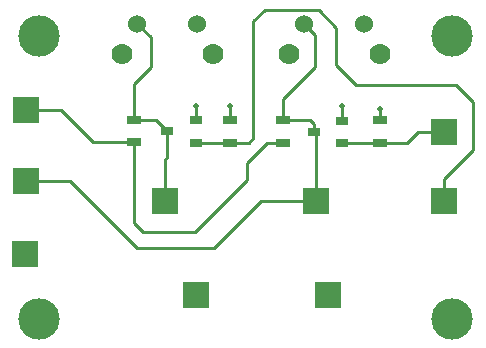
<source format=gtl>
G04 #@! TF.FileFunction,Copper,L1,Top,Signal*
%FSLAX46Y46*%
G04 Gerber Fmt 4.6, Leading zero omitted, Abs format (unit mm)*
G04 Created by KiCad (PCBNEW 4.0.1-stable) date 8/1/2017 2:14:50 AM*
%MOMM*%
G01*
G04 APERTURE LIST*
%ADD10C,0.100000*%
%ADD11C,3.500000*%
%ADD12R,1.000000X0.700000*%
%ADD13R,1.300000X0.700000*%
%ADD14C,1.524000*%
%ADD15C,1.778000*%
%ADD16R,2.235200X2.235200*%
%ADD17C,0.508000*%
%ADD18C,0.254000*%
G04 APERTURE END LIST*
D10*
D11*
X120000000Y-71000000D03*
X120000000Y-95000000D03*
X155000000Y-71000000D03*
X155000000Y-95000000D03*
D12*
X130886200Y-79112400D03*
X133286200Y-80062400D03*
X133286200Y-78162400D03*
X143306800Y-79163200D03*
X145706800Y-80113200D03*
X145706800Y-78213200D03*
D13*
X128016000Y-78137000D03*
X128016000Y-80037000D03*
X136194800Y-78162400D03*
X136194800Y-80062400D03*
X140639800Y-78162400D03*
X140639800Y-80062400D03*
X148894800Y-78162400D03*
X148894800Y-80062400D03*
D14*
X133400800Y-70000000D03*
X128320800Y-70000000D03*
D15*
X134710800Y-72540000D03*
X127010800Y-72540000D03*
D14*
X147540000Y-70000000D03*
X142460000Y-70000000D03*
D15*
X148850000Y-72540000D03*
X141150000Y-72540000D03*
D16*
X130700000Y-85000000D03*
X143470000Y-85000000D03*
X154280000Y-85000000D03*
X154280000Y-79130000D03*
X118920000Y-77280000D03*
X118890000Y-83290000D03*
X118810000Y-89490000D03*
X133270000Y-92980000D03*
X144510000Y-92930000D03*
D17*
X133290000Y-76980000D03*
X136190000Y-77000000D03*
X148880000Y-77190000D03*
X145700000Y-76980000D03*
D18*
X139322400Y-80062400D02*
X137630000Y-81754800D01*
X128016000Y-86886000D02*
X128016000Y-80037000D01*
X128790000Y-87660000D02*
X128016000Y-86886000D01*
X133220000Y-87660000D02*
X128790000Y-87660000D01*
X137630000Y-83250000D02*
X133220000Y-87660000D01*
X137630000Y-81754800D02*
X137630000Y-83250000D01*
X128016000Y-80037000D02*
X124627000Y-80037000D01*
X121870000Y-77280000D02*
X118920000Y-77280000D01*
X121870000Y-77280000D02*
X124627000Y-80037000D01*
X140639800Y-80062400D02*
X139322400Y-80062400D01*
X139320000Y-80060000D02*
X139322400Y-80062400D01*
X133286200Y-78162400D02*
X133286200Y-76983800D01*
X133286200Y-76983800D02*
X133290000Y-76980000D01*
X136194800Y-78162400D02*
X136194800Y-77004800D01*
X136194800Y-77004800D02*
X136190000Y-77000000D01*
X148894800Y-78162400D02*
X148894800Y-77204800D01*
X148894800Y-77204800D02*
X148880000Y-77190000D01*
X145706800Y-78213200D02*
X145706800Y-76986800D01*
X145706800Y-76986800D02*
X145700000Y-76980000D01*
X128016000Y-78137000D02*
X128016000Y-75104000D01*
X129470000Y-71149200D02*
X128320800Y-70000000D01*
X129470000Y-73650000D02*
X129470000Y-71149200D01*
X128016000Y-75104000D02*
X129470000Y-73650000D01*
X130700000Y-85000000D02*
X130700000Y-81500000D01*
X130886200Y-81313800D02*
X130886200Y-79112400D01*
X130700000Y-81500000D02*
X130886200Y-81313800D01*
X128016000Y-78137000D02*
X129910800Y-78137000D01*
X129910800Y-78137000D02*
X130886200Y-79112400D01*
X154280000Y-85000000D02*
X154280000Y-83180000D01*
X137807600Y-80062400D02*
X136194800Y-80062400D01*
X138160000Y-79710000D02*
X137807600Y-80062400D01*
X138160000Y-69770000D02*
X138160000Y-79710000D01*
X139110000Y-68820000D02*
X138160000Y-69770000D01*
X143690000Y-68820000D02*
X139110000Y-68820000D01*
X145200000Y-70330000D02*
X143690000Y-68820000D01*
X145200000Y-73490000D02*
X145200000Y-70330000D01*
X146880000Y-75170000D02*
X145200000Y-73490000D01*
X155290000Y-75170000D02*
X146880000Y-75170000D01*
X156730000Y-76610000D02*
X155290000Y-75170000D01*
X156730000Y-80730000D02*
X156730000Y-76610000D01*
X154280000Y-83180000D02*
X156730000Y-80730000D01*
X133286200Y-80062400D02*
X136194800Y-80062400D01*
X140639800Y-78162400D02*
X142982400Y-78162400D01*
X143306800Y-78486800D02*
X143306800Y-79163200D01*
X142982400Y-78162400D02*
X143306800Y-78486800D01*
X140639800Y-78162400D02*
X140639800Y-76400200D01*
X143390000Y-70930000D02*
X142460000Y-70000000D01*
X143390000Y-73650000D02*
X143390000Y-70930000D01*
X140639800Y-76400200D02*
X143390000Y-73650000D01*
X143470000Y-85000000D02*
X143470000Y-79326400D01*
X143470000Y-79326400D02*
X143306800Y-79163200D01*
X118890000Y-83290000D02*
X122640000Y-83290000D01*
X138820000Y-85000000D02*
X143470000Y-85000000D01*
X134850000Y-88970000D02*
X138820000Y-85000000D01*
X128320000Y-88970000D02*
X134850000Y-88970000D01*
X122640000Y-83290000D02*
X128320000Y-88970000D01*
X140639800Y-78162400D02*
X140647400Y-78170000D01*
X148894800Y-80062400D02*
X151137600Y-80062400D01*
X152070000Y-79130000D02*
X154280000Y-79130000D01*
X151137600Y-80062400D02*
X152070000Y-79130000D01*
X145706800Y-80113200D02*
X148844000Y-80113200D01*
X148844000Y-80113200D02*
X148894800Y-80062400D01*
M02*

</source>
